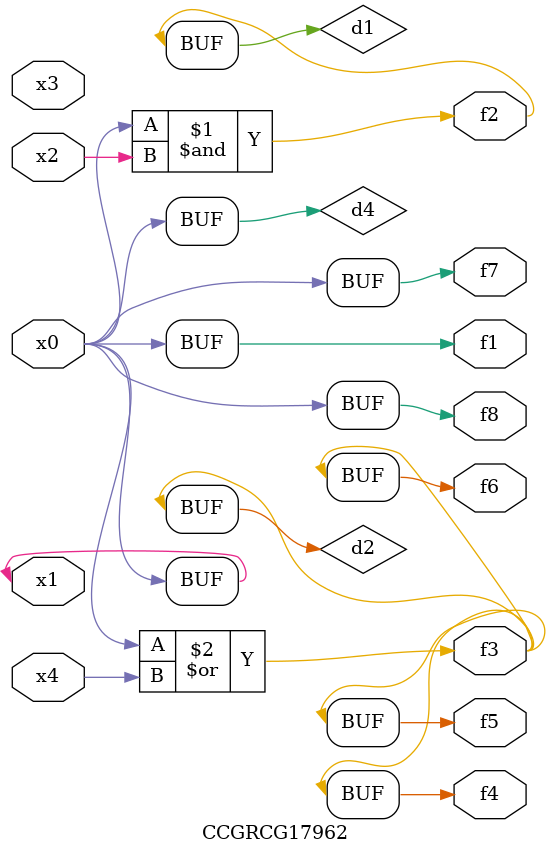
<source format=v>
module CCGRCG17962(
	input x0, x1, x2, x3, x4,
	output f1, f2, f3, f4, f5, f6, f7, f8
);

	wire d1, d2, d3, d4;

	and (d1, x0, x2);
	or (d2, x0, x4);
	nand (d3, x0, x2);
	buf (d4, x0, x1);
	assign f1 = d4;
	assign f2 = d1;
	assign f3 = d2;
	assign f4 = d2;
	assign f5 = d2;
	assign f6 = d2;
	assign f7 = d4;
	assign f8 = d4;
endmodule

</source>
